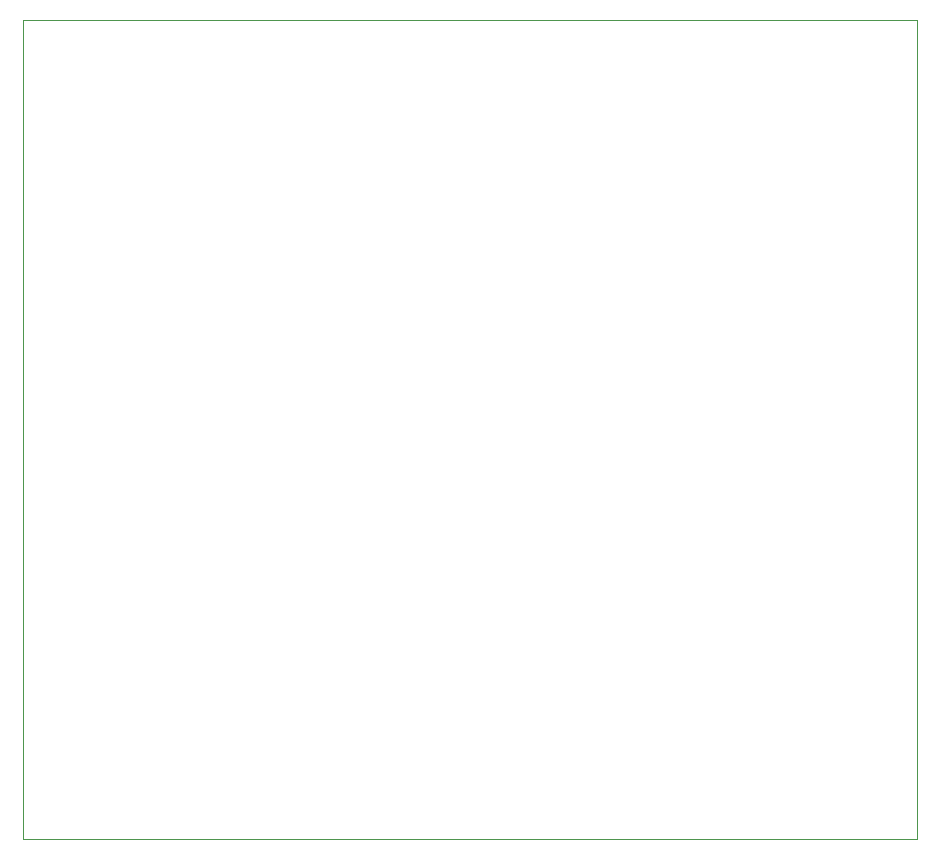
<source format=gbr>
%TF.GenerationSoftware,KiCad,Pcbnew,8.0.4*%
%TF.CreationDate,2024-08-29T20:02:29+09:00*%
%TF.ProjectId,esp_md3_servo3_sensor3,6573705f-6d64-4335-9f73-6572766f335f,rev?*%
%TF.SameCoordinates,Original*%
%TF.FileFunction,Profile,NP*%
%FSLAX46Y46*%
G04 Gerber Fmt 4.6, Leading zero omitted, Abs format (unit mm)*
G04 Created by KiCad (PCBNEW 8.0.4) date 2024-08-29 20:02:29*
%MOMM*%
%LPD*%
G01*
G04 APERTURE LIST*
%TA.AperFunction,Profile*%
%ADD10C,0.050000*%
%TD*%
G04 APERTURE END LIST*
D10*
X139446000Y-73914000D02*
X215138000Y-73914000D01*
X215138000Y-143256000D01*
X139446000Y-143256000D01*
X139446000Y-73914000D01*
M02*

</source>
